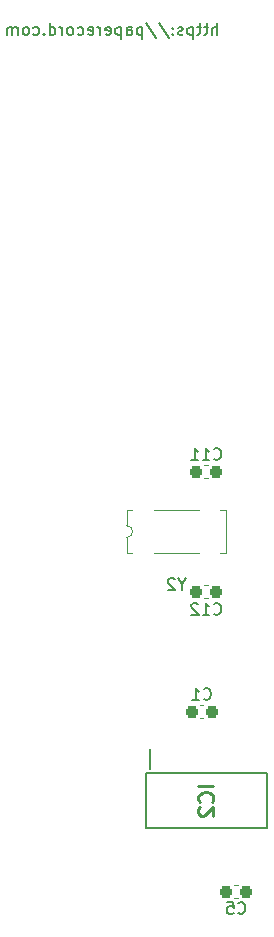
<source format=gbr>
%TF.GenerationSoftware,KiCad,Pcbnew,7.0.7*%
%TF.CreationDate,2023-10-13T19:32:34+09:00*%
%TF.ProjectId,STM32F103_dev_board,53544d33-3246-4313-9033-5f6465765f62,1.0.1*%
%TF.SameCoordinates,Original*%
%TF.FileFunction,Legend,Bot*%
%TF.FilePolarity,Positive*%
%FSLAX46Y46*%
G04 Gerber Fmt 4.6, Leading zero omitted, Abs format (unit mm)*
G04 Created by KiCad (PCBNEW 7.0.7) date 2023-10-13 19:32:34*
%MOMM*%
%LPD*%
G01*
G04 APERTURE LIST*
G04 Aperture macros list*
%AMRoundRect*
0 Rectangle with rounded corners*
0 $1 Rounding radius*
0 $2 $3 $4 $5 $6 $7 $8 $9 X,Y pos of 4 corners*
0 Add a 4 corners polygon primitive as box body*
4,1,4,$2,$3,$4,$5,$6,$7,$8,$9,$2,$3,0*
0 Add four circle primitives for the rounded corners*
1,1,$1+$1,$2,$3*
1,1,$1+$1,$4,$5*
1,1,$1+$1,$6,$7*
1,1,$1+$1,$8,$9*
0 Add four rect primitives between the rounded corners*
20,1,$1+$1,$2,$3,$4,$5,0*
20,1,$1+$1,$4,$5,$6,$7,0*
20,1,$1+$1,$6,$7,$8,$9,0*
20,1,$1+$1,$8,$9,$2,$3,0*%
G04 Aperture macros list end*
%ADD10C,0.150000*%
%ADD11C,0.254000*%
%ADD12C,0.200000*%
%ADD13C,0.120000*%
%ADD14R,0.450000X1.725000*%
%ADD15RoundRect,0.237500X0.300000X0.237500X-0.300000X0.237500X-0.300000X-0.237500X0.300000X-0.237500X0*%
%ADD16RoundRect,0.237500X-0.300000X-0.237500X0.300000X-0.237500X0.300000X0.237500X-0.300000X0.237500X0*%
%ADD17C,3.500000*%
%ADD18C,0.800000*%
%ADD19C,2.000000*%
%ADD20C,2.565000*%
%ADD21R,1.700000X1.700000*%
%ADD22O,1.700000X1.700000*%
%ADD23RoundRect,0.250000X0.600000X-0.600000X0.600000X0.600000X-0.600000X0.600000X-0.600000X-0.600000X0*%
%ADD24C,1.700000*%
%ADD25C,1.500000*%
%ADD26R,1.430000X2.850000*%
G04 APERTURE END LIST*
D10*
X154603220Y-59559819D02*
X154603220Y-58559819D01*
X154174649Y-59559819D02*
X154174649Y-59036009D01*
X154174649Y-59036009D02*
X154222268Y-58940771D01*
X154222268Y-58940771D02*
X154317506Y-58893152D01*
X154317506Y-58893152D02*
X154460363Y-58893152D01*
X154460363Y-58893152D02*
X154555601Y-58940771D01*
X154555601Y-58940771D02*
X154603220Y-58988390D01*
X153841315Y-58893152D02*
X153460363Y-58893152D01*
X153698458Y-58559819D02*
X153698458Y-59416961D01*
X153698458Y-59416961D02*
X153650839Y-59512200D01*
X153650839Y-59512200D02*
X153555601Y-59559819D01*
X153555601Y-59559819D02*
X153460363Y-59559819D01*
X153269886Y-58893152D02*
X152888934Y-58893152D01*
X153127029Y-58559819D02*
X153127029Y-59416961D01*
X153127029Y-59416961D02*
X153079410Y-59512200D01*
X153079410Y-59512200D02*
X152984172Y-59559819D01*
X152984172Y-59559819D02*
X152888934Y-59559819D01*
X152555600Y-58893152D02*
X152555600Y-59893152D01*
X152555600Y-58940771D02*
X152460362Y-58893152D01*
X152460362Y-58893152D02*
X152269886Y-58893152D01*
X152269886Y-58893152D02*
X152174648Y-58940771D01*
X152174648Y-58940771D02*
X152127029Y-58988390D01*
X152127029Y-58988390D02*
X152079410Y-59083628D01*
X152079410Y-59083628D02*
X152079410Y-59369342D01*
X152079410Y-59369342D02*
X152127029Y-59464580D01*
X152127029Y-59464580D02*
X152174648Y-59512200D01*
X152174648Y-59512200D02*
X152269886Y-59559819D01*
X152269886Y-59559819D02*
X152460362Y-59559819D01*
X152460362Y-59559819D02*
X152555600Y-59512200D01*
X151698457Y-59512200D02*
X151603219Y-59559819D01*
X151603219Y-59559819D02*
X151412743Y-59559819D01*
X151412743Y-59559819D02*
X151317505Y-59512200D01*
X151317505Y-59512200D02*
X151269886Y-59416961D01*
X151269886Y-59416961D02*
X151269886Y-59369342D01*
X151269886Y-59369342D02*
X151317505Y-59274104D01*
X151317505Y-59274104D02*
X151412743Y-59226485D01*
X151412743Y-59226485D02*
X151555600Y-59226485D01*
X151555600Y-59226485D02*
X151650838Y-59178866D01*
X151650838Y-59178866D02*
X151698457Y-59083628D01*
X151698457Y-59083628D02*
X151698457Y-59036009D01*
X151698457Y-59036009D02*
X151650838Y-58940771D01*
X151650838Y-58940771D02*
X151555600Y-58893152D01*
X151555600Y-58893152D02*
X151412743Y-58893152D01*
X151412743Y-58893152D02*
X151317505Y-58940771D01*
X150841314Y-59464580D02*
X150793695Y-59512200D01*
X150793695Y-59512200D02*
X150841314Y-59559819D01*
X150841314Y-59559819D02*
X150888933Y-59512200D01*
X150888933Y-59512200D02*
X150841314Y-59464580D01*
X150841314Y-59464580D02*
X150841314Y-59559819D01*
X150841314Y-58940771D02*
X150793695Y-58988390D01*
X150793695Y-58988390D02*
X150841314Y-59036009D01*
X150841314Y-59036009D02*
X150888933Y-58988390D01*
X150888933Y-58988390D02*
X150841314Y-58940771D01*
X150841314Y-58940771D02*
X150841314Y-59036009D01*
X149650839Y-58512200D02*
X150507981Y-59797914D01*
X148603220Y-58512200D02*
X149460362Y-59797914D01*
X148269886Y-58893152D02*
X148269886Y-59893152D01*
X148269886Y-58940771D02*
X148174648Y-58893152D01*
X148174648Y-58893152D02*
X147984172Y-58893152D01*
X147984172Y-58893152D02*
X147888934Y-58940771D01*
X147888934Y-58940771D02*
X147841315Y-58988390D01*
X147841315Y-58988390D02*
X147793696Y-59083628D01*
X147793696Y-59083628D02*
X147793696Y-59369342D01*
X147793696Y-59369342D02*
X147841315Y-59464580D01*
X147841315Y-59464580D02*
X147888934Y-59512200D01*
X147888934Y-59512200D02*
X147984172Y-59559819D01*
X147984172Y-59559819D02*
X148174648Y-59559819D01*
X148174648Y-59559819D02*
X148269886Y-59512200D01*
X146936553Y-59559819D02*
X146936553Y-59036009D01*
X146936553Y-59036009D02*
X146984172Y-58940771D01*
X146984172Y-58940771D02*
X147079410Y-58893152D01*
X147079410Y-58893152D02*
X147269886Y-58893152D01*
X147269886Y-58893152D02*
X147365124Y-58940771D01*
X146936553Y-59512200D02*
X147031791Y-59559819D01*
X147031791Y-59559819D02*
X147269886Y-59559819D01*
X147269886Y-59559819D02*
X147365124Y-59512200D01*
X147365124Y-59512200D02*
X147412743Y-59416961D01*
X147412743Y-59416961D02*
X147412743Y-59321723D01*
X147412743Y-59321723D02*
X147365124Y-59226485D01*
X147365124Y-59226485D02*
X147269886Y-59178866D01*
X147269886Y-59178866D02*
X147031791Y-59178866D01*
X147031791Y-59178866D02*
X146936553Y-59131247D01*
X146460362Y-58893152D02*
X146460362Y-59893152D01*
X146460362Y-58940771D02*
X146365124Y-58893152D01*
X146365124Y-58893152D02*
X146174648Y-58893152D01*
X146174648Y-58893152D02*
X146079410Y-58940771D01*
X146079410Y-58940771D02*
X146031791Y-58988390D01*
X146031791Y-58988390D02*
X145984172Y-59083628D01*
X145984172Y-59083628D02*
X145984172Y-59369342D01*
X145984172Y-59369342D02*
X146031791Y-59464580D01*
X146031791Y-59464580D02*
X146079410Y-59512200D01*
X146079410Y-59512200D02*
X146174648Y-59559819D01*
X146174648Y-59559819D02*
X146365124Y-59559819D01*
X146365124Y-59559819D02*
X146460362Y-59512200D01*
X145174648Y-59512200D02*
X145269886Y-59559819D01*
X145269886Y-59559819D02*
X145460362Y-59559819D01*
X145460362Y-59559819D02*
X145555600Y-59512200D01*
X145555600Y-59512200D02*
X145603219Y-59416961D01*
X145603219Y-59416961D02*
X145603219Y-59036009D01*
X145603219Y-59036009D02*
X145555600Y-58940771D01*
X145555600Y-58940771D02*
X145460362Y-58893152D01*
X145460362Y-58893152D02*
X145269886Y-58893152D01*
X145269886Y-58893152D02*
X145174648Y-58940771D01*
X145174648Y-58940771D02*
X145127029Y-59036009D01*
X145127029Y-59036009D02*
X145127029Y-59131247D01*
X145127029Y-59131247D02*
X145603219Y-59226485D01*
X144698457Y-59559819D02*
X144698457Y-58893152D01*
X144698457Y-59083628D02*
X144650838Y-58988390D01*
X144650838Y-58988390D02*
X144603219Y-58940771D01*
X144603219Y-58940771D02*
X144507981Y-58893152D01*
X144507981Y-58893152D02*
X144412743Y-58893152D01*
X143698457Y-59512200D02*
X143793695Y-59559819D01*
X143793695Y-59559819D02*
X143984171Y-59559819D01*
X143984171Y-59559819D02*
X144079409Y-59512200D01*
X144079409Y-59512200D02*
X144127028Y-59416961D01*
X144127028Y-59416961D02*
X144127028Y-59036009D01*
X144127028Y-59036009D02*
X144079409Y-58940771D01*
X144079409Y-58940771D02*
X143984171Y-58893152D01*
X143984171Y-58893152D02*
X143793695Y-58893152D01*
X143793695Y-58893152D02*
X143698457Y-58940771D01*
X143698457Y-58940771D02*
X143650838Y-59036009D01*
X143650838Y-59036009D02*
X143650838Y-59131247D01*
X143650838Y-59131247D02*
X144127028Y-59226485D01*
X142793695Y-59512200D02*
X142888933Y-59559819D01*
X142888933Y-59559819D02*
X143079409Y-59559819D01*
X143079409Y-59559819D02*
X143174647Y-59512200D01*
X143174647Y-59512200D02*
X143222266Y-59464580D01*
X143222266Y-59464580D02*
X143269885Y-59369342D01*
X143269885Y-59369342D02*
X143269885Y-59083628D01*
X143269885Y-59083628D02*
X143222266Y-58988390D01*
X143222266Y-58988390D02*
X143174647Y-58940771D01*
X143174647Y-58940771D02*
X143079409Y-58893152D01*
X143079409Y-58893152D02*
X142888933Y-58893152D01*
X142888933Y-58893152D02*
X142793695Y-58940771D01*
X142222266Y-59559819D02*
X142317504Y-59512200D01*
X142317504Y-59512200D02*
X142365123Y-59464580D01*
X142365123Y-59464580D02*
X142412742Y-59369342D01*
X142412742Y-59369342D02*
X142412742Y-59083628D01*
X142412742Y-59083628D02*
X142365123Y-58988390D01*
X142365123Y-58988390D02*
X142317504Y-58940771D01*
X142317504Y-58940771D02*
X142222266Y-58893152D01*
X142222266Y-58893152D02*
X142079409Y-58893152D01*
X142079409Y-58893152D02*
X141984171Y-58940771D01*
X141984171Y-58940771D02*
X141936552Y-58988390D01*
X141936552Y-58988390D02*
X141888933Y-59083628D01*
X141888933Y-59083628D02*
X141888933Y-59369342D01*
X141888933Y-59369342D02*
X141936552Y-59464580D01*
X141936552Y-59464580D02*
X141984171Y-59512200D01*
X141984171Y-59512200D02*
X142079409Y-59559819D01*
X142079409Y-59559819D02*
X142222266Y-59559819D01*
X141460361Y-59559819D02*
X141460361Y-58893152D01*
X141460361Y-59083628D02*
X141412742Y-58988390D01*
X141412742Y-58988390D02*
X141365123Y-58940771D01*
X141365123Y-58940771D02*
X141269885Y-58893152D01*
X141269885Y-58893152D02*
X141174647Y-58893152D01*
X140412742Y-59559819D02*
X140412742Y-58559819D01*
X140412742Y-59512200D02*
X140507980Y-59559819D01*
X140507980Y-59559819D02*
X140698456Y-59559819D01*
X140698456Y-59559819D02*
X140793694Y-59512200D01*
X140793694Y-59512200D02*
X140841313Y-59464580D01*
X140841313Y-59464580D02*
X140888932Y-59369342D01*
X140888932Y-59369342D02*
X140888932Y-59083628D01*
X140888932Y-59083628D02*
X140841313Y-58988390D01*
X140841313Y-58988390D02*
X140793694Y-58940771D01*
X140793694Y-58940771D02*
X140698456Y-58893152D01*
X140698456Y-58893152D02*
X140507980Y-58893152D01*
X140507980Y-58893152D02*
X140412742Y-58940771D01*
X139936551Y-59464580D02*
X139888932Y-59512200D01*
X139888932Y-59512200D02*
X139936551Y-59559819D01*
X139936551Y-59559819D02*
X139984170Y-59512200D01*
X139984170Y-59512200D02*
X139936551Y-59464580D01*
X139936551Y-59464580D02*
X139936551Y-59559819D01*
X139031790Y-59512200D02*
X139127028Y-59559819D01*
X139127028Y-59559819D02*
X139317504Y-59559819D01*
X139317504Y-59559819D02*
X139412742Y-59512200D01*
X139412742Y-59512200D02*
X139460361Y-59464580D01*
X139460361Y-59464580D02*
X139507980Y-59369342D01*
X139507980Y-59369342D02*
X139507980Y-59083628D01*
X139507980Y-59083628D02*
X139460361Y-58988390D01*
X139460361Y-58988390D02*
X139412742Y-58940771D01*
X139412742Y-58940771D02*
X139317504Y-58893152D01*
X139317504Y-58893152D02*
X139127028Y-58893152D01*
X139127028Y-58893152D02*
X139031790Y-58940771D01*
X138460361Y-59559819D02*
X138555599Y-59512200D01*
X138555599Y-59512200D02*
X138603218Y-59464580D01*
X138603218Y-59464580D02*
X138650837Y-59369342D01*
X138650837Y-59369342D02*
X138650837Y-59083628D01*
X138650837Y-59083628D02*
X138603218Y-58988390D01*
X138603218Y-58988390D02*
X138555599Y-58940771D01*
X138555599Y-58940771D02*
X138460361Y-58893152D01*
X138460361Y-58893152D02*
X138317504Y-58893152D01*
X138317504Y-58893152D02*
X138222266Y-58940771D01*
X138222266Y-58940771D02*
X138174647Y-58988390D01*
X138174647Y-58988390D02*
X138127028Y-59083628D01*
X138127028Y-59083628D02*
X138127028Y-59369342D01*
X138127028Y-59369342D02*
X138174647Y-59464580D01*
X138174647Y-59464580D02*
X138222266Y-59512200D01*
X138222266Y-59512200D02*
X138317504Y-59559819D01*
X138317504Y-59559819D02*
X138460361Y-59559819D01*
X137698456Y-59559819D02*
X137698456Y-58893152D01*
X137698456Y-58988390D02*
X137650837Y-58940771D01*
X137650837Y-58940771D02*
X137555599Y-58893152D01*
X137555599Y-58893152D02*
X137412742Y-58893152D01*
X137412742Y-58893152D02*
X137317504Y-58940771D01*
X137317504Y-58940771D02*
X137269885Y-59036009D01*
X137269885Y-59036009D02*
X137269885Y-59559819D01*
X137269885Y-59036009D02*
X137222266Y-58940771D01*
X137222266Y-58940771D02*
X137127028Y-58893152D01*
X137127028Y-58893152D02*
X136984171Y-58893152D01*
X136984171Y-58893152D02*
X136888932Y-58940771D01*
X136888932Y-58940771D02*
X136841313Y-59036009D01*
X136841313Y-59036009D02*
X136841313Y-59559819D01*
D11*
X154277568Y-123137237D02*
X153007568Y-123137237D01*
X154156615Y-124467714D02*
X154217092Y-124407238D01*
X154217092Y-124407238D02*
X154277568Y-124225809D01*
X154277568Y-124225809D02*
X154277568Y-124104857D01*
X154277568Y-124104857D02*
X154217092Y-123923428D01*
X154217092Y-123923428D02*
X154096139Y-123802476D01*
X154096139Y-123802476D02*
X153975187Y-123741999D01*
X153975187Y-123741999D02*
X153733282Y-123681523D01*
X153733282Y-123681523D02*
X153551853Y-123681523D01*
X153551853Y-123681523D02*
X153309949Y-123741999D01*
X153309949Y-123741999D02*
X153188996Y-123802476D01*
X153188996Y-123802476D02*
X153068044Y-123923428D01*
X153068044Y-123923428D02*
X153007568Y-124104857D01*
X153007568Y-124104857D02*
X153007568Y-124225809D01*
X153007568Y-124225809D02*
X153068044Y-124407238D01*
X153068044Y-124407238D02*
X153128520Y-124467714D01*
X153128520Y-124951523D02*
X153068044Y-125011999D01*
X153068044Y-125011999D02*
X153007568Y-125132952D01*
X153007568Y-125132952D02*
X153007568Y-125435333D01*
X153007568Y-125435333D02*
X153068044Y-125556285D01*
X153068044Y-125556285D02*
X153128520Y-125616761D01*
X153128520Y-125616761D02*
X153249472Y-125677238D01*
X153249472Y-125677238D02*
X153370425Y-125677238D01*
X153370425Y-125677238D02*
X153551853Y-125616761D01*
X153551853Y-125616761D02*
X154277568Y-124891047D01*
X154277568Y-124891047D02*
X154277568Y-125677238D01*
D10*
X154312857Y-108563580D02*
X154360476Y-108611200D01*
X154360476Y-108611200D02*
X154503333Y-108658819D01*
X154503333Y-108658819D02*
X154598571Y-108658819D01*
X154598571Y-108658819D02*
X154741428Y-108611200D01*
X154741428Y-108611200D02*
X154836666Y-108515961D01*
X154836666Y-108515961D02*
X154884285Y-108420723D01*
X154884285Y-108420723D02*
X154931904Y-108230247D01*
X154931904Y-108230247D02*
X154931904Y-108087390D01*
X154931904Y-108087390D02*
X154884285Y-107896914D01*
X154884285Y-107896914D02*
X154836666Y-107801676D01*
X154836666Y-107801676D02*
X154741428Y-107706438D01*
X154741428Y-107706438D02*
X154598571Y-107658819D01*
X154598571Y-107658819D02*
X154503333Y-107658819D01*
X154503333Y-107658819D02*
X154360476Y-107706438D01*
X154360476Y-107706438D02*
X154312857Y-107754057D01*
X153360476Y-108658819D02*
X153931904Y-108658819D01*
X153646190Y-108658819D02*
X153646190Y-107658819D01*
X153646190Y-107658819D02*
X153741428Y-107801676D01*
X153741428Y-107801676D02*
X153836666Y-107896914D01*
X153836666Y-107896914D02*
X153931904Y-107944533D01*
X152979523Y-107754057D02*
X152931904Y-107706438D01*
X152931904Y-107706438D02*
X152836666Y-107658819D01*
X152836666Y-107658819D02*
X152598571Y-107658819D01*
X152598571Y-107658819D02*
X152503333Y-107706438D01*
X152503333Y-107706438D02*
X152455714Y-107754057D01*
X152455714Y-107754057D02*
X152408095Y-107849295D01*
X152408095Y-107849295D02*
X152408095Y-107944533D01*
X152408095Y-107944533D02*
X152455714Y-108087390D01*
X152455714Y-108087390D02*
X153027142Y-108658819D01*
X153027142Y-108658819D02*
X152408095Y-108658819D01*
X154312857Y-95449580D02*
X154360476Y-95497200D01*
X154360476Y-95497200D02*
X154503333Y-95544819D01*
X154503333Y-95544819D02*
X154598571Y-95544819D01*
X154598571Y-95544819D02*
X154741428Y-95497200D01*
X154741428Y-95497200D02*
X154836666Y-95401961D01*
X154836666Y-95401961D02*
X154884285Y-95306723D01*
X154884285Y-95306723D02*
X154931904Y-95116247D01*
X154931904Y-95116247D02*
X154931904Y-94973390D01*
X154931904Y-94973390D02*
X154884285Y-94782914D01*
X154884285Y-94782914D02*
X154836666Y-94687676D01*
X154836666Y-94687676D02*
X154741428Y-94592438D01*
X154741428Y-94592438D02*
X154598571Y-94544819D01*
X154598571Y-94544819D02*
X154503333Y-94544819D01*
X154503333Y-94544819D02*
X154360476Y-94592438D01*
X154360476Y-94592438D02*
X154312857Y-94640057D01*
X153360476Y-95544819D02*
X153931904Y-95544819D01*
X153646190Y-95544819D02*
X153646190Y-94544819D01*
X153646190Y-94544819D02*
X153741428Y-94687676D01*
X153741428Y-94687676D02*
X153836666Y-94782914D01*
X153836666Y-94782914D02*
X153931904Y-94830533D01*
X152408095Y-95544819D02*
X152979523Y-95544819D01*
X152693809Y-95544819D02*
X152693809Y-94544819D01*
X152693809Y-94544819D02*
X152789047Y-94687676D01*
X152789047Y-94687676D02*
X152884285Y-94782914D01*
X152884285Y-94782914D02*
X152979523Y-94830533D01*
X156376666Y-133869580D02*
X156424285Y-133917200D01*
X156424285Y-133917200D02*
X156567142Y-133964819D01*
X156567142Y-133964819D02*
X156662380Y-133964819D01*
X156662380Y-133964819D02*
X156805237Y-133917200D01*
X156805237Y-133917200D02*
X156900475Y-133821961D01*
X156900475Y-133821961D02*
X156948094Y-133726723D01*
X156948094Y-133726723D02*
X156995713Y-133536247D01*
X156995713Y-133536247D02*
X156995713Y-133393390D01*
X156995713Y-133393390D02*
X156948094Y-133202914D01*
X156948094Y-133202914D02*
X156900475Y-133107676D01*
X156900475Y-133107676D02*
X156805237Y-133012438D01*
X156805237Y-133012438D02*
X156662380Y-132964819D01*
X156662380Y-132964819D02*
X156567142Y-132964819D01*
X156567142Y-132964819D02*
X156424285Y-133012438D01*
X156424285Y-133012438D02*
X156376666Y-133060057D01*
X155471904Y-132964819D02*
X155948094Y-132964819D01*
X155948094Y-132964819D02*
X155995713Y-133441009D01*
X155995713Y-133441009D02*
X155948094Y-133393390D01*
X155948094Y-133393390D02*
X155852856Y-133345771D01*
X155852856Y-133345771D02*
X155614761Y-133345771D01*
X155614761Y-133345771D02*
X155519523Y-133393390D01*
X155519523Y-133393390D02*
X155471904Y-133441009D01*
X155471904Y-133441009D02*
X155424285Y-133536247D01*
X155424285Y-133536247D02*
X155424285Y-133774342D01*
X155424285Y-133774342D02*
X155471904Y-133869580D01*
X155471904Y-133869580D02*
X155519523Y-133917200D01*
X155519523Y-133917200D02*
X155614761Y-133964819D01*
X155614761Y-133964819D02*
X155852856Y-133964819D01*
X155852856Y-133964819D02*
X155948094Y-133917200D01*
X155948094Y-133917200D02*
X155995713Y-133869580D01*
X153455666Y-115769580D02*
X153503285Y-115817200D01*
X153503285Y-115817200D02*
X153646142Y-115864819D01*
X153646142Y-115864819D02*
X153741380Y-115864819D01*
X153741380Y-115864819D02*
X153884237Y-115817200D01*
X153884237Y-115817200D02*
X153979475Y-115721961D01*
X153979475Y-115721961D02*
X154027094Y-115626723D01*
X154027094Y-115626723D02*
X154074713Y-115436247D01*
X154074713Y-115436247D02*
X154074713Y-115293390D01*
X154074713Y-115293390D02*
X154027094Y-115102914D01*
X154027094Y-115102914D02*
X153979475Y-115007676D01*
X153979475Y-115007676D02*
X153884237Y-114912438D01*
X153884237Y-114912438D02*
X153741380Y-114864819D01*
X153741380Y-114864819D02*
X153646142Y-114864819D01*
X153646142Y-114864819D02*
X153503285Y-114912438D01*
X153503285Y-114912438D02*
X153455666Y-114960057D01*
X152503285Y-115864819D02*
X153074713Y-115864819D01*
X152788999Y-115864819D02*
X152788999Y-114864819D01*
X152788999Y-114864819D02*
X152884237Y-115007676D01*
X152884237Y-115007676D02*
X152979475Y-115102914D01*
X152979475Y-115102914D02*
X153074713Y-115150533D01*
X151606190Y-106078628D02*
X151606190Y-106554819D01*
X151939523Y-105554819D02*
X151606190Y-106078628D01*
X151606190Y-106078628D02*
X151272857Y-105554819D01*
X150987142Y-105650057D02*
X150939523Y-105602438D01*
X150939523Y-105602438D02*
X150844285Y-105554819D01*
X150844285Y-105554819D02*
X150606190Y-105554819D01*
X150606190Y-105554819D02*
X150510952Y-105602438D01*
X150510952Y-105602438D02*
X150463333Y-105650057D01*
X150463333Y-105650057D02*
X150415714Y-105745295D01*
X150415714Y-105745295D02*
X150415714Y-105840533D01*
X150415714Y-105840533D02*
X150463333Y-105983390D01*
X150463333Y-105983390D02*
X151034761Y-106554819D01*
X151034761Y-106554819D02*
X150415714Y-106554819D01*
D12*
%TO.C,IC2*%
X148603250Y-122077000D02*
X148603250Y-126677000D01*
X148603250Y-126677000D02*
X158803250Y-126677000D01*
X158803250Y-126677000D02*
X158803250Y-122077000D01*
X158803250Y-122077000D02*
X148603250Y-122077000D01*
X148903250Y-120002000D02*
X148903250Y-121727000D01*
D13*
%TO.C,C12*%
X153816267Y-106170000D02*
X153523733Y-106170000D01*
X153816267Y-107190000D02*
X153523733Y-107190000D01*
%TO.C,C11*%
X153816267Y-96010000D02*
X153523733Y-96010000D01*
X153816267Y-97030000D02*
X153523733Y-97030000D01*
%TO.C,C5*%
X156063733Y-132590000D02*
X156356267Y-132590000D01*
X156063733Y-131570000D02*
X156356267Y-131570000D01*
%TO.C,C1*%
X153435267Y-116330000D02*
X153142733Y-116330000D01*
X153435267Y-117350000D02*
X153142733Y-117350000D01*
%TO.C,Y2*%
X146930000Y-99800000D02*
X146930000Y-101100000D01*
X146930000Y-99800000D02*
X147400000Y-99800000D01*
X146930000Y-102100000D02*
X146930000Y-103400000D01*
X146930000Y-103400000D02*
X147400000Y-103400000D01*
X149230000Y-103400000D02*
X153030000Y-103400000D01*
X153030000Y-99800000D02*
X149230000Y-99800000D01*
X154860000Y-103400000D02*
X155330000Y-103400000D01*
X155330000Y-99800000D02*
X154860000Y-99800000D01*
X155330000Y-103400000D02*
X155330000Y-99800000D01*
X146930000Y-102100000D02*
G75*
G03*
X146930000Y-101100000I0J500000D01*
G01*
%TD*%
%LPC*%
D14*
%TO.C,IC2*%
X149478250Y-120865000D03*
X150128250Y-120865000D03*
X150778250Y-120865000D03*
X151428250Y-120865000D03*
X152078250Y-120865000D03*
X152728250Y-120865000D03*
X153378250Y-120865000D03*
X154028250Y-120865000D03*
X154678250Y-120865000D03*
X155328250Y-120865000D03*
X155978250Y-120865000D03*
X156628250Y-120865000D03*
X157278250Y-120865000D03*
X157928250Y-120865000D03*
X157928250Y-127889000D03*
X157278250Y-127889000D03*
X156628250Y-127889000D03*
X155978250Y-127889000D03*
X155328250Y-127889000D03*
X154678250Y-127889000D03*
X154028250Y-127889000D03*
X153378250Y-127889000D03*
X152728250Y-127889000D03*
X152078250Y-127889000D03*
X151428250Y-127889000D03*
X150778250Y-127889000D03*
X150128250Y-127889000D03*
X149478250Y-127889000D03*
%TD*%
D15*
%TO.C,C12*%
X154532500Y-106680000D03*
X152807500Y-106680000D03*
%TD*%
%TO.C,C11*%
X154532500Y-96520000D03*
X152807500Y-96520000D03*
%TD*%
D16*
%TO.C,C5*%
X155347500Y-132080000D03*
X157072500Y-132080000D03*
%TD*%
D15*
%TO.C,C1*%
X154151500Y-116840000D03*
X152426500Y-116840000D03*
%TD*%
D17*
%TO.C,REF\u002A\u002A*%
X162560000Y-60270000D03*
%TD*%
D18*
%TO.C,J6*%
X142458000Y-134617000D03*
X149058000Y-134617000D03*
D19*
X141148000Y-134057000D03*
X150368000Y-134057000D03*
D20*
X141148000Y-138557000D03*
X150368000Y-138557000D03*
%TD*%
D17*
%TO.C,REF\u002A\u002A*%
X128285913Y-139053348D03*
%TD*%
%TO.C,REF\u002A\u002A*%
X128270000Y-60270000D03*
%TD*%
D21*
%TO.C,J4*%
X137155000Y-123785000D03*
D22*
X139695000Y-123785000D03*
X137155000Y-126325000D03*
X139695000Y-126325000D03*
X137155000Y-128865000D03*
X139695000Y-128865000D03*
%TD*%
D23*
%TO.C,J1*%
X133350000Y-69160000D03*
D24*
X133350000Y-66620000D03*
X135890000Y-69160000D03*
X135890000Y-66620000D03*
X138430000Y-69160000D03*
X138430000Y-66620000D03*
X140970000Y-69160000D03*
X140970000Y-66620000D03*
X143510000Y-69160000D03*
X143510000Y-66620000D03*
X146050000Y-69160000D03*
X146050000Y-66620000D03*
X148590000Y-69160000D03*
X148590000Y-66620000D03*
X151130000Y-69160000D03*
X151130000Y-66620000D03*
X153670000Y-69160000D03*
X153670000Y-66620000D03*
X156210000Y-69160000D03*
X156210000Y-66620000D03*
%TD*%
D21*
%TO.C,J3*%
X161290000Y-80590000D03*
D22*
X161290000Y-83130000D03*
X161290000Y-85670000D03*
X161290000Y-88210000D03*
X161290000Y-90750000D03*
X161290000Y-93290000D03*
X161290000Y-95830000D03*
X161290000Y-98370000D03*
X161290000Y-100910000D03*
X161290000Y-103450000D03*
X161290000Y-105990000D03*
X161290000Y-108530000D03*
X161290000Y-111070000D03*
X161290000Y-113610000D03*
X161290000Y-116150000D03*
X161290000Y-118690000D03*
X161290000Y-121230000D03*
X161290000Y-123770000D03*
X161290000Y-126310000D03*
X161290000Y-128850000D03*
%TD*%
D17*
%TO.C,REF\u002A\u002A*%
X162560000Y-139010000D03*
%TD*%
D25*
%TO.C,Y1*%
X148550000Y-89480000D03*
X143670000Y-89480000D03*
%TD*%
D21*
%TO.C,J2*%
X129540000Y-80590000D03*
D22*
X129540000Y-83130000D03*
X129540000Y-85670000D03*
X129540000Y-88210000D03*
X129540000Y-90750000D03*
X129540000Y-93290000D03*
X129540000Y-95830000D03*
X129540000Y-98370000D03*
X129540000Y-100910000D03*
X129540000Y-103450000D03*
X129540000Y-105990000D03*
X129540000Y-108530000D03*
X129540000Y-111070000D03*
X129540000Y-113610000D03*
X129540000Y-116150000D03*
X129540000Y-118690000D03*
X129540000Y-121230000D03*
X129540000Y-123770000D03*
X129540000Y-126310000D03*
X129540000Y-128850000D03*
%TD*%
D26*
%TO.C,Y2*%
X148315000Y-99525000D03*
X153945000Y-99525000D03*
X153945000Y-103675000D03*
X148315000Y-103675000D03*
%TD*%
%LPD*%
M02*

</source>
